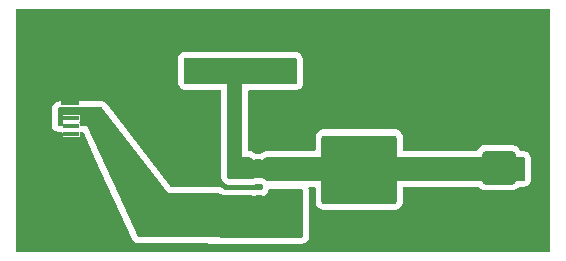
<source format=gbr>
%TF.GenerationSoftware,KiCad,Pcbnew,9.0.4*%
%TF.CreationDate,2025-09-26T16:48:27+03:00*%
%TF.ProjectId,voltage_reg,766f6c74-6167-4655-9f72-65672e6b6963,rev?*%
%TF.SameCoordinates,Original*%
%TF.FileFunction,Copper,L1,Top*%
%TF.FilePolarity,Positive*%
%FSLAX46Y46*%
G04 Gerber Fmt 4.6, Leading zero omitted, Abs format (unit mm)*
G04 Created by KiCad (PCBNEW 9.0.4) date 2025-09-26 16:48:27*
%MOMM*%
%LPD*%
G01*
G04 APERTURE LIST*
G04 Aperture macros list*
%AMRoundRect*
0 Rectangle with rounded corners*
0 $1 Rounding radius*
0 $2 $3 $4 $5 $6 $7 $8 $9 X,Y pos of 4 corners*
0 Add a 4 corners polygon primitive as box body*
4,1,4,$2,$3,$4,$5,$6,$7,$8,$9,$2,$3,0*
0 Add four circle primitives for the rounded corners*
1,1,$1+$1,$2,$3*
1,1,$1+$1,$4,$5*
1,1,$1+$1,$6,$7*
1,1,$1+$1,$8,$9*
0 Add four rect primitives between the rounded corners*
20,1,$1+$1,$2,$3,$4,$5,0*
20,1,$1+$1,$4,$5,$6,$7,0*
20,1,$1+$1,$6,$7,$8,$9,0*
20,1,$1+$1,$8,$9,$2,$3,0*%
G04 Aperture macros list end*
%TA.AperFunction,SMDPad,CuDef*%
%ADD10RoundRect,0.250000X1.500000X0.550000X-1.500000X0.550000X-1.500000X-0.550000X1.500000X-0.550000X0*%
%TD*%
%TA.AperFunction,ComponentPad*%
%ADD11RoundRect,0.250001X1.149999X-1.149999X1.149999X1.149999X-1.149999X1.149999X-1.149999X-1.149999X0*%
%TD*%
%TA.AperFunction,ComponentPad*%
%ADD12C,2.800000*%
%TD*%
%TA.AperFunction,SMDPad,CuDef*%
%ADD13RoundRect,0.250000X-1.500000X-0.550000X1.500000X-0.550000X1.500000X0.550000X-1.500000X0.550000X0*%
%TD*%
%TA.AperFunction,SMDPad,CuDef*%
%ADD14RoundRect,0.250000X0.550000X-1.500000X0.550000X1.500000X-0.550000X1.500000X-0.550000X-1.500000X0*%
%TD*%
%TA.AperFunction,SMDPad,CuDef*%
%ADD15RoundRect,0.140000X0.170000X-0.140000X0.170000X0.140000X-0.170000X0.140000X-0.170000X-0.140000X0*%
%TD*%
%TA.AperFunction,SMDPad,CuDef*%
%ADD16R,1.380000X0.450000*%
%TD*%
%TA.AperFunction,SMDPad,CuDef*%
%ADD17R,1.300000X1.650000*%
%TD*%
%TA.AperFunction,SMDPad,CuDef*%
%ADD18R,1.550000X1.425000*%
%TD*%
%TA.AperFunction,SMDPad,CuDef*%
%ADD19R,1.900000X1.800000*%
%TD*%
%TA.AperFunction,SMDPad,CuDef*%
%ADD20R,1.900000X1.000000*%
%TD*%
%TA.AperFunction,SMDPad,CuDef*%
%ADD21RoundRect,0.250000X-0.850000X-0.350000X0.850000X-0.350000X0.850000X0.350000X-0.850000X0.350000X0*%
%TD*%
%TA.AperFunction,SMDPad,CuDef*%
%ADD22RoundRect,0.249997X-2.950003X-2.650003X2.950003X-2.650003X2.950003X2.650003X-2.950003X2.650003X0*%
%TD*%
%TA.AperFunction,ViaPad*%
%ADD23C,0.600000*%
%TD*%
%TA.AperFunction,Conductor*%
%ADD24C,0.400000*%
%TD*%
%TA.AperFunction,Conductor*%
%ADD25C,0.200000*%
%TD*%
%TA.AperFunction,Conductor*%
%ADD26C,0.450000*%
%TD*%
G04 APERTURE END LIST*
D10*
%TO.P,C5,1*%
%TO.N,+3.3V*%
X145930000Y-98090000D03*
%TO.P,C5,2*%
%TO.N,GND*%
X140530000Y-98090000D03*
%TD*%
D11*
%TO.P,J2,1,Pin_1*%
%TO.N,+3.3V*%
X170607500Y-106300000D03*
D12*
%TO.P,J2,2,Pin_2*%
%TO.N,GND*%
X170607500Y-101300000D03*
%TD*%
D13*
%TO.P,C2,1*%
%TO.N,+3.3V*%
X151460000Y-98070000D03*
%TO.P,C2,2*%
%TO.N,GND*%
X156860000Y-98070000D03*
%TD*%
D14*
%TO.P,C4,1*%
%TO.N,+5V*%
X143250000Y-110210000D03*
%TO.P,C4,2*%
%TO.N,GND*%
X143250000Y-104810000D03*
%TD*%
D15*
%TO.P,C3,1*%
%TO.N,+5V*%
X150270000Y-108900000D03*
%TO.P,C3,2*%
%TO.N,GND*%
X150270000Y-107940000D03*
%TD*%
%TO.P,C1,1*%
%TO.N,+3.3V*%
X150240000Y-105820000D03*
%TO.P,C1,2*%
%TO.N,GND*%
X150240000Y-104860000D03*
%TD*%
D16*
%TO.P,J1,1,VBUS*%
%TO.N,+5V*%
X134420000Y-101460000D03*
%TO.P,J1,2,D-*%
%TO.N,unconnected-(J1-D--Pad2)*%
X134420000Y-102110000D03*
%TO.P,J1,3,D+*%
%TO.N,unconnected-(J1-D+-Pad3)*%
X134420000Y-102760000D03*
%TO.P,J1,4,ID*%
%TO.N,unconnected-(J1-ID-Pad4)*%
X134420000Y-103410000D03*
%TO.P,J1,5,GND*%
%TO.N,GND*%
X134420000Y-104060000D03*
D17*
%TO.P,J1,6,Shield*%
X131760000Y-99385000D03*
D18*
X134335000Y-100272500D03*
D19*
X131760000Y-101610000D03*
D20*
X131760000Y-104310000D03*
D18*
X134335000Y-105247500D03*
D17*
X131760000Y-106135000D03*
%TD*%
D21*
%TO.P,U1,1,GND*%
%TO.N,GND*%
X152505000Y-104165000D03*
%TO.P,U1,2,VO*%
%TO.N,+3.3V*%
X152505000Y-106445000D03*
D22*
X158805000Y-106445000D03*
D21*
%TO.P,U1,3,VI*%
%TO.N,+5V*%
X152505000Y-108725000D03*
%TD*%
D23*
%TO.N,GND*%
X168500000Y-95500000D03*
X174500000Y-95500000D03*
X170500000Y-95500000D03*
X172500000Y-95500000D03*
X166500000Y-95500000D03*
X170500000Y-112500000D03*
X172500000Y-112500000D03*
X166500000Y-112500000D03*
X168500000Y-112500000D03*
X174500000Y-112500000D03*
X174500000Y-111000000D03*
X172500000Y-111000000D03*
X166500000Y-111000000D03*
X170500000Y-111000000D03*
X168500000Y-111000000D03*
X154500000Y-103000000D03*
X154500000Y-102000000D03*
X153500000Y-102000000D03*
X152500000Y-102000000D03*
X157000000Y-100500000D03*
X157000000Y-95500000D03*
X140500000Y-100500000D03*
X140500000Y-95500000D03*
X173500000Y-101000000D03*
X173500000Y-99500000D03*
X167500000Y-101000000D03*
X167500000Y-99500000D03*
X137500000Y-110000000D03*
X135500000Y-110000000D03*
X133500000Y-110000000D03*
X131500000Y-110000000D03*
X135000000Y-97000000D03*
X133500000Y-97000000D03*
X132000000Y-97000000D03*
X141500000Y-102500000D03*
X145000000Y-102500000D03*
X151500000Y-102000000D03*
X150500000Y-103000000D03*
X146000000Y-102500000D03*
X140500000Y-102500000D03*
X136500000Y-99000000D03*
X136500000Y-97000000D03*
X135500000Y-108500000D03*
X133500000Y-108500000D03*
X131500000Y-108500000D03*
X150500000Y-102000000D03*
X146000000Y-103500000D03*
X140500000Y-103500000D03*
X132000000Y-95000000D03*
X133500000Y-95000000D03*
X135000000Y-95000000D03*
X136500000Y-95000000D03*
X138000000Y-95000000D03*
X160000000Y-94000000D03*
X160000000Y-96000000D03*
X160000000Y-102000000D03*
X160000000Y-98000000D03*
X160000000Y-100000000D03*
X166500000Y-97000000D03*
X168500000Y-97000000D03*
X170500000Y-97000000D03*
X172500000Y-97000000D03*
X174500000Y-97000000D03*
%TD*%
D24*
%TO.N,GND*%
X146000000Y-106500000D02*
X146000000Y-103500000D01*
X147440000Y-107940000D02*
X146000000Y-106500000D01*
X150270000Y-107940000D02*
X147440000Y-107940000D01*
D25*
X134420000Y-105162500D02*
X134335000Y-105247500D01*
D26*
X134420000Y-104060000D02*
X134420000Y-105162500D01*
%TD*%
%TA.AperFunction,Conductor*%
%TO.N,+5V*%
G36*
X137015746Y-101189654D02*
G01*
X137047480Y-101218630D01*
X142590000Y-108410000D01*
X146873720Y-108415577D01*
X146940732Y-108435349D01*
X146961238Y-108451896D01*
X146993454Y-108484112D01*
X147108192Y-108560777D01*
X147235667Y-108613578D01*
X147235672Y-108613580D01*
X147235676Y-108613580D01*
X147235677Y-108613581D01*
X147371004Y-108640500D01*
X147371007Y-108640500D01*
X149755584Y-108640500D01*
X149818704Y-108657767D01*
X149843605Y-108672494D01*
X149884587Y-108684400D01*
X149999002Y-108717642D01*
X149999005Y-108717642D01*
X149999007Y-108717643D01*
X150035310Y-108720500D01*
X150035318Y-108720500D01*
X150504682Y-108720500D01*
X150504690Y-108720500D01*
X150540993Y-108717643D01*
X150540995Y-108717642D01*
X150540997Y-108717642D01*
X150581975Y-108705736D01*
X150696395Y-108672494D01*
X150835687Y-108590117D01*
X150950117Y-108475687D01*
X151032494Y-108336395D01*
X151072627Y-108198258D01*
X151110233Y-108139372D01*
X151173705Y-108110166D01*
X151190859Y-108108857D01*
X153886679Y-108090824D01*
X153953845Y-108110059D01*
X153999952Y-108162556D01*
X154011496Y-108213316D01*
X154058474Y-112084315D01*
X154039604Y-112151589D01*
X153987359Y-112197981D01*
X153934306Y-112209820D01*
X140139538Y-112190113D01*
X140072527Y-112170333D01*
X140026936Y-112117659D01*
X138425390Y-108613581D01*
X135750000Y-102760000D01*
X135259500Y-102760000D01*
X135192461Y-102740315D01*
X135146706Y-102687511D01*
X135137589Y-102658665D01*
X135135500Y-102647428D01*
X135135500Y-102532486D01*
X135134021Y-102525050D01*
X135128385Y-102516615D01*
X135119950Y-102510979D01*
X135112514Y-102509500D01*
X135109858Y-102509500D01*
X135100221Y-102457665D01*
X135103587Y-102424706D01*
X135105950Y-102391666D01*
X135107152Y-102389794D01*
X135107320Y-102388157D01*
X135111888Y-102382425D01*
X135123297Y-102364673D01*
X135121600Y-102363539D01*
X135128383Y-102353385D01*
X135128385Y-102353385D01*
X135134021Y-102344950D01*
X135135500Y-102337514D01*
X135135500Y-101882486D01*
X135134021Y-101875050D01*
X135128385Y-101866615D01*
X135119950Y-101860979D01*
X135112514Y-101859500D01*
X133727486Y-101859500D01*
X133722528Y-101860486D01*
X133720049Y-101860979D01*
X133711615Y-101866615D01*
X133705979Y-101875049D01*
X133705979Y-101875050D01*
X133704500Y-101882486D01*
X133704500Y-102337514D01*
X133705979Y-102344950D01*
X133718400Y-102363539D01*
X133715473Y-102365494D01*
X133739034Y-102408642D01*
X133739779Y-102457665D01*
X133730142Y-102509500D01*
X133727486Y-102509500D01*
X133720050Y-102510979D01*
X133711615Y-102516615D01*
X133705979Y-102525050D01*
X133704500Y-102532486D01*
X133704500Y-102647428D01*
X133702411Y-102658665D01*
X133691567Y-102680043D01*
X133684815Y-102703039D01*
X133676052Y-102710632D01*
X133670805Y-102720977D01*
X133650123Y-102733099D01*
X133632011Y-102748794D01*
X133618235Y-102751790D01*
X133610527Y-102756309D01*
X133599538Y-102755858D01*
X133580500Y-102760000D01*
X133394000Y-102760000D01*
X133326961Y-102740315D01*
X133281206Y-102687511D01*
X133270000Y-102636000D01*
X133270000Y-101313338D01*
X133289685Y-101246299D01*
X133342489Y-101200544D01*
X133393334Y-101189340D01*
X136948603Y-101170328D01*
X137015746Y-101189654D01*
G37*
%TD.AperFunction*%
%TD*%
%TA.AperFunction,Conductor*%
%TO.N,GND*%
G36*
X174902539Y-92840185D02*
G01*
X174948294Y-92892989D01*
X174959500Y-92944500D01*
X174959500Y-113315500D01*
X174939815Y-113382539D01*
X174887011Y-113428294D01*
X174835500Y-113439500D01*
X129874500Y-113439500D01*
X129807461Y-113419815D01*
X129761706Y-113367011D01*
X129750500Y-113315500D01*
X129750500Y-101313338D01*
X132764500Y-101313338D01*
X132764500Y-102636000D01*
X132764501Y-102636009D01*
X132776052Y-102743450D01*
X132776054Y-102743462D01*
X132787260Y-102794972D01*
X132821383Y-102897497D01*
X132821386Y-102897503D01*
X132899171Y-103018537D01*
X132899179Y-103018548D01*
X132944923Y-103071340D01*
X132944926Y-103071343D01*
X132944930Y-103071347D01*
X133053664Y-103165567D01*
X133053667Y-103165568D01*
X133053668Y-103165569D01*
X133134069Y-103202288D01*
X133184541Y-103225338D01*
X133251580Y-103245023D01*
X133251584Y-103245024D01*
X133394000Y-103265500D01*
X133394003Y-103265500D01*
X133580500Y-103265500D01*
X133647539Y-103285185D01*
X133693294Y-103337989D01*
X133704500Y-103389500D01*
X133704500Y-103637514D01*
X133705979Y-103644950D01*
X133711615Y-103653385D01*
X133720050Y-103659021D01*
X133727486Y-103660500D01*
X133727488Y-103660500D01*
X135112512Y-103660500D01*
X135112514Y-103660500D01*
X135119950Y-103659021D01*
X135128385Y-103653385D01*
X135134021Y-103644950D01*
X135135500Y-103637514D01*
X135135500Y-103389500D01*
X135138050Y-103380814D01*
X135136762Y-103371853D01*
X135147740Y-103347812D01*
X135155185Y-103322461D01*
X135162025Y-103316533D01*
X135165787Y-103308297D01*
X135188021Y-103294007D01*
X135207989Y-103276706D01*
X135218503Y-103274418D01*
X135224565Y-103270523D01*
X135259500Y-103265500D01*
X135345580Y-103265500D01*
X135412619Y-103285185D01*
X135458359Y-103337954D01*
X136458918Y-105527113D01*
X139549045Y-112288111D01*
X139567185Y-112327799D01*
X139567187Y-112327801D01*
X139644713Y-112448471D01*
X139644720Y-112448480D01*
X139690305Y-112501148D01*
X139716382Y-112523789D01*
X139798627Y-112595197D01*
X139929420Y-112655153D01*
X139996431Y-112674933D01*
X140138816Y-112695612D01*
X151962902Y-112712503D01*
X153933583Y-112715319D01*
X153933583Y-112715318D01*
X153933584Y-112715319D01*
X154044402Y-112703185D01*
X154097455Y-112691346D01*
X154202914Y-112655219D01*
X154323001Y-112575969D01*
X154375246Y-112529577D01*
X154375246Y-112529576D01*
X154375246Y-112529575D01*
X154381763Y-112523789D01*
X154386508Y-112516255D01*
X154468142Y-112419704D01*
X154526320Y-112288110D01*
X154545190Y-112220836D01*
X154545190Y-112220835D01*
X154545195Y-112220790D01*
X154546201Y-112213488D01*
X154546247Y-112212791D01*
X154563937Y-112078178D01*
X154536841Y-109845499D01*
X154516959Y-108207182D01*
X154504410Y-108101216D01*
X154495364Y-108061439D01*
X154499692Y-107991705D01*
X154541035Y-107935379D01*
X154606266Y-107910347D01*
X154616162Y-107909942D01*
X154980402Y-107909654D01*
X155047457Y-107929286D01*
X155093254Y-107982053D01*
X155104500Y-108033654D01*
X155104500Y-109145019D01*
X155115001Y-109247801D01*
X155170184Y-109414333D01*
X155170189Y-109414344D01*
X155262285Y-109563653D01*
X155262288Y-109563657D01*
X155386342Y-109687711D01*
X155386346Y-109687714D01*
X155535655Y-109779810D01*
X155535658Y-109779811D01*
X155535664Y-109779815D01*
X155702200Y-109834999D01*
X155804988Y-109845500D01*
X155804993Y-109845500D01*
X161805007Y-109845500D01*
X161805012Y-109845500D01*
X161907800Y-109834999D01*
X162074336Y-109779815D01*
X162223657Y-109687712D01*
X162347712Y-109563657D01*
X162439815Y-109414336D01*
X162494999Y-109247800D01*
X162505500Y-109145012D01*
X162505500Y-108027587D01*
X162525185Y-107960548D01*
X162577989Y-107914793D01*
X162629398Y-107903587D01*
X168793375Y-107898699D01*
X168860428Y-107918330D01*
X168881152Y-107935018D01*
X168988844Y-108042710D01*
X168988848Y-108042713D01*
X169138162Y-108134812D01*
X169138164Y-108134813D01*
X169138166Y-108134814D01*
X169304703Y-108189999D01*
X169407492Y-108200500D01*
X169407497Y-108200500D01*
X171807503Y-108200500D01*
X171807508Y-108200500D01*
X171910297Y-108189999D01*
X172076834Y-108134814D01*
X172226155Y-108042711D01*
X172336727Y-107932139D01*
X172398050Y-107898654D01*
X172424304Y-107895820D01*
X172707120Y-107895597D01*
X172813123Y-107884271D01*
X172863969Y-107873323D01*
X172965245Y-107840017D01*
X173086674Y-107762838D01*
X173086680Y-107762832D01*
X173086684Y-107762830D01*
X173126293Y-107728855D01*
X173133857Y-107724034D01*
X173202958Y-107645091D01*
X173234474Y-107609086D01*
X173294900Y-107478509D01*
X173314921Y-107411569D01*
X173336113Y-107269260D01*
X173344868Y-105527111D01*
X173333613Y-105418468D01*
X173322431Y-105366381D01*
X173288098Y-105262683D01*
X173210361Y-105141611D01*
X173164628Y-105088788D01*
X173111090Y-105042357D01*
X173055932Y-104994522D01*
X172970229Y-104955339D01*
X172925081Y-104934698D01*
X172925079Y-104934697D01*
X172925076Y-104934696D01*
X172858050Y-104914985D01*
X172858046Y-104914983D01*
X172858043Y-104914983D01*
X172715645Y-104894448D01*
X172550766Y-104894378D01*
X172483735Y-104874665D01*
X172445281Y-104835475D01*
X172350213Y-104681348D01*
X172350210Y-104681344D01*
X172226155Y-104557289D01*
X172226151Y-104557286D01*
X172076837Y-104465187D01*
X172076835Y-104465186D01*
X171993565Y-104437593D01*
X171910297Y-104410001D01*
X171910295Y-104410000D01*
X171807515Y-104399500D01*
X171807508Y-104399500D01*
X169407492Y-104399500D01*
X169407484Y-104399500D01*
X169304704Y-104410000D01*
X169304703Y-104410001D01*
X169138164Y-104465186D01*
X169138162Y-104465187D01*
X168988848Y-104557286D01*
X168988844Y-104557289D01*
X168864788Y-104681345D01*
X168770717Y-104833856D01*
X168718768Y-104880580D01*
X168665127Y-104892758D01*
X162629448Y-104890240D01*
X162562417Y-104870527D01*
X162516684Y-104817704D01*
X162505500Y-104766240D01*
X162505500Y-103744993D01*
X162505499Y-103744980D01*
X162494999Y-103642200D01*
X162439815Y-103475664D01*
X162439811Y-103475658D01*
X162439810Y-103475655D01*
X162347714Y-103326346D01*
X162347711Y-103326342D01*
X162223657Y-103202288D01*
X162223653Y-103202285D01*
X162074344Y-103110189D01*
X162074338Y-103110186D01*
X162074336Y-103110185D01*
X162074333Y-103110184D01*
X161907801Y-103055001D01*
X161805019Y-103044500D01*
X161805012Y-103044500D01*
X155804988Y-103044500D01*
X155804980Y-103044500D01*
X155702198Y-103055001D01*
X155535666Y-103110184D01*
X155535655Y-103110189D01*
X155386346Y-103202285D01*
X155386342Y-103202288D01*
X155262288Y-103326342D01*
X155262285Y-103326346D01*
X155170189Y-103475655D01*
X155170184Y-103475666D01*
X155115001Y-103642198D01*
X155104500Y-103744980D01*
X155104500Y-104763051D01*
X155084815Y-104830090D01*
X155032011Y-104875845D01*
X154980448Y-104887051D01*
X150976555Y-104885381D01*
X150976522Y-104885382D01*
X150922397Y-104888267D01*
X150922394Y-104888268D01*
X150895989Y-104891101D01*
X150842479Y-104899766D01*
X150842478Y-104899766D01*
X150707668Y-104950047D01*
X150707662Y-104950050D01*
X150646374Y-104983514D01*
X150646343Y-104983532D01*
X150631661Y-104994523D01*
X150602403Y-105016426D01*
X150599791Y-105018381D01*
X150534326Y-105042797D01*
X150515754Y-105042731D01*
X150474700Y-105039500D01*
X150474690Y-105039500D01*
X150005310Y-105039500D01*
X150005294Y-105039500D01*
X149973120Y-105042032D01*
X149904743Y-105027666D01*
X149888806Y-105017398D01*
X149888797Y-105017412D01*
X149888546Y-105017231D01*
X149888155Y-105016979D01*
X149887431Y-105016426D01*
X149843654Y-104984838D01*
X149843640Y-104984830D01*
X149712808Y-104925017D01*
X149678694Y-104914985D01*
X149645770Y-104905303D01*
X149645768Y-104905302D01*
X149645766Y-104905302D01*
X149503376Y-104884768D01*
X149503367Y-104884767D01*
X149490463Y-104884762D01*
X149423432Y-104865046D01*
X149377702Y-104812221D01*
X149366520Y-104760561D01*
X149374480Y-99849297D01*
X149394273Y-99782292D01*
X149447151Y-99736622D01*
X149498480Y-99725500D01*
X153404876Y-99725500D01*
X153404883Y-99725500D01*
X153514547Y-99713461D01*
X153567068Y-99701789D01*
X153567083Y-99701784D01*
X153671503Y-99666248D01*
X153671504Y-99666247D01*
X153671511Y-99666245D01*
X153791849Y-99587375D01*
X153844241Y-99541148D01*
X153844243Y-99541146D01*
X153937485Y-99431567D01*
X153996078Y-99300158D01*
X154015160Y-99232945D01*
X154034358Y-99090354D01*
X154016580Y-97108225D01*
X154004618Y-97003349D01*
X153993471Y-96953068D01*
X153959993Y-96852971D01*
X153959993Y-96852970D01*
X153882339Y-96731857D01*
X153882336Y-96731854D01*
X153882333Y-96731849D01*
X153836634Y-96678997D01*
X153836631Y-96678994D01*
X153836629Y-96678992D01*
X153728002Y-96584665D01*
X153727994Y-96584660D01*
X153703976Y-96573661D01*
X153597181Y-96524753D01*
X153597178Y-96524752D01*
X153530171Y-96505000D01*
X153530153Y-96504995D01*
X153387768Y-96484371D01*
X144076357Y-96474630D01*
X144076355Y-96474630D01*
X143965275Y-96486867D01*
X143912110Y-96498782D01*
X143806443Y-96535120D01*
X143806441Y-96535121D01*
X143686468Y-96614545D01*
X143686466Y-96614546D01*
X143686464Y-96614548D01*
X143634289Y-96661014D01*
X143541558Y-96771012D01*
X143483571Y-96902683D01*
X143483569Y-96902687D01*
X143465109Y-96968861D01*
X143464831Y-96969819D01*
X143464794Y-96969995D01*
X143446254Y-97112666D01*
X143446254Y-97112672D01*
X143472900Y-99075548D01*
X143474614Y-99090354D01*
X143484696Y-99177466D01*
X143495466Y-99226344D01*
X143495470Y-99226361D01*
X143527593Y-99323779D01*
X143604380Y-99445455D01*
X143649695Y-99498631D01*
X143649697Y-99498633D01*
X143649699Y-99498635D01*
X143757652Y-99593747D01*
X143888033Y-99654594D01*
X143954120Y-99674592D01*
X143954879Y-99674828D01*
X143954912Y-99674833D01*
X144097154Y-99696482D01*
X146990758Y-99720330D01*
X147057633Y-99740567D01*
X147102951Y-99793746D01*
X147113736Y-99844477D01*
X147104917Y-107067638D01*
X147104917Y-107067645D01*
X147107781Y-107121989D01*
X147107784Y-107122026D01*
X147110613Y-107148481D01*
X147110616Y-107148505D01*
X147119301Y-107202204D01*
X147119301Y-107202205D01*
X147119302Y-107202207D01*
X147169584Y-107337016D01*
X147203069Y-107398339D01*
X147289293Y-107513520D01*
X147289297Y-107513524D01*
X147289302Y-107513530D01*
X147336380Y-107560607D01*
X147336396Y-107560623D01*
X147336412Y-107560637D01*
X147336419Y-107560644D01*
X147376637Y-107596771D01*
X147376644Y-107596777D01*
X147376651Y-107596782D01*
X147376657Y-107596788D01*
X147397299Y-107613422D01*
X147441224Y-107645093D01*
X147451467Y-107649770D01*
X147479832Y-107667999D01*
X147542966Y-107691546D01*
X147546986Y-107693382D01*
X147546988Y-107693382D01*
X147572108Y-107704852D01*
X147574704Y-107705614D01*
X147574704Y-107705613D01*
X147598509Y-107712601D01*
X147598532Y-107712607D01*
X147602762Y-107713849D01*
X147614641Y-107718280D01*
X147626986Y-107720965D01*
X147632675Y-107722635D01*
X147633479Y-107722872D01*
X147635343Y-107723517D01*
X147639100Y-107724523D01*
X147639103Y-107724524D01*
X147781519Y-107745000D01*
X147781522Y-107745000D01*
X149755589Y-107745000D01*
X149850861Y-107732202D01*
X149888972Y-107727084D01*
X149952093Y-107709816D01*
X150001249Y-107688999D01*
X150014985Y-107684115D01*
X150063836Y-107669922D01*
X150098427Y-107665000D01*
X150441572Y-107665000D01*
X150476149Y-107669919D01*
X150478973Y-107670739D01*
X150507526Y-107683093D01*
X150509930Y-107684515D01*
X150534481Y-107703561D01*
X150559354Y-107728434D01*
X150597670Y-107762839D01*
X150599769Y-107764723D01*
X150612850Y-107775256D01*
X150652720Y-107832633D01*
X150655241Y-107902458D01*
X150648022Y-107923026D01*
X150591975Y-108046688D01*
X150546372Y-108099623D01*
X150479389Y-108119499D01*
X150479034Y-108119500D01*
X150035302Y-108119500D01*
X149999013Y-108122356D01*
X149999000Y-108122358D01*
X149917431Y-108146055D01*
X149866333Y-108149874D01*
X149755591Y-108135000D01*
X149755584Y-108135000D01*
X147433008Y-108135000D01*
X147408811Y-108132616D01*
X147395090Y-108129886D01*
X147371834Y-108122831D01*
X147358918Y-108117481D01*
X147337488Y-108106027D01*
X147321760Y-108095518D01*
X147307764Y-108084642D01*
X147297202Y-108075148D01*
X147278682Y-108058501D01*
X147277102Y-108057226D01*
X147258184Y-108041960D01*
X147258174Y-108041952D01*
X147214580Y-108010452D01*
X147214578Y-108010451D01*
X147083791Y-107950514D01*
X147083782Y-107950511D01*
X147016786Y-107930743D01*
X147016776Y-107930741D01*
X147016774Y-107930740D01*
X147016772Y-107930740D01*
X147016767Y-107930739D01*
X146874378Y-107910077D01*
X146874379Y-107910077D01*
X142899750Y-107904902D01*
X142832736Y-107885130D01*
X142801696Y-107856598D01*
X142788917Y-107840017D01*
X137447863Y-100910047D01*
X137388333Y-100845334D01*
X137374548Y-100832747D01*
X137356604Y-100816362D01*
X137356599Y-100816358D01*
X137286765Y-100762947D01*
X137237409Y-100740725D01*
X137155569Y-100703877D01*
X137090901Y-100685263D01*
X137089156Y-100684721D01*
X137088416Y-100684548D01*
X136945898Y-100664834D01*
X133390646Y-100683846D01*
X133390632Y-100683846D01*
X133390631Y-100683847D01*
X133390629Y-100683847D01*
X133390618Y-100683848D01*
X133284566Y-100695680D01*
X133284556Y-100695682D01*
X133248080Y-100703720D01*
X133233709Y-100706887D01*
X133133385Y-100740427D01*
X133132493Y-100740726D01*
X133011462Y-100818509D01*
X133011451Y-100818517D01*
X132958659Y-100864261D01*
X132864433Y-100973002D01*
X132864430Y-100973006D01*
X132804664Y-101103872D01*
X132804662Y-101103879D01*
X132784977Y-101170918D01*
X132784976Y-101170922D01*
X132764500Y-101313338D01*
X129750500Y-101313338D01*
X129750500Y-92944500D01*
X129770185Y-92877461D01*
X129822989Y-92831706D01*
X129874500Y-92820500D01*
X174835500Y-92820500D01*
X174902539Y-92840185D01*
G37*
%TD.AperFunction*%
%TD*%
%TA.AperFunction,Conductor*%
%TO.N,+3.3V*%
G36*
X153387236Y-96989871D02*
G01*
X153454254Y-97009626D01*
X153499953Y-97062478D01*
X153511100Y-97112759D01*
X153528878Y-99094888D01*
X153509796Y-99162101D01*
X153457404Y-99208328D01*
X153404883Y-99220000D01*
X148870000Y-99220000D01*
X148860000Y-105390000D01*
X148860221Y-105390000D01*
X149503156Y-105390268D01*
X149570184Y-105409979D01*
X149590777Y-105426581D01*
X149674313Y-105510117D01*
X149813605Y-105592494D01*
X149854587Y-105604400D01*
X149969002Y-105637642D01*
X149969005Y-105637642D01*
X149969007Y-105637643D01*
X150005310Y-105640500D01*
X150005318Y-105640500D01*
X150474682Y-105640500D01*
X150474690Y-105640500D01*
X150510993Y-105637643D01*
X150510995Y-105637642D01*
X150510997Y-105637642D01*
X150551975Y-105625736D01*
X150666395Y-105592494D01*
X150805687Y-105510117D01*
X150888604Y-105427199D01*
X150949925Y-105393716D01*
X150976330Y-105390882D01*
X172715428Y-105399948D01*
X172782459Y-105419661D01*
X172828192Y-105472484D01*
X172839374Y-105524571D01*
X172830619Y-107266720D01*
X172810598Y-107333660D01*
X172757565Y-107379149D01*
X172706719Y-107390097D01*
X151004571Y-107407307D01*
X150937516Y-107387676D01*
X150916796Y-107370992D01*
X150835687Y-107289883D01*
X150796520Y-107266720D01*
X150696393Y-107207505D01*
X150696390Y-107207504D01*
X150540997Y-107162357D01*
X150540991Y-107162356D01*
X150504697Y-107159500D01*
X150504690Y-107159500D01*
X150035310Y-107159500D01*
X150035302Y-107159500D01*
X149999008Y-107162356D01*
X149999002Y-107162357D01*
X149843609Y-107207504D01*
X149843606Y-107207505D01*
X149818705Y-107222232D01*
X149755584Y-107239500D01*
X147781519Y-107239500D01*
X147752078Y-107230855D01*
X147722092Y-107224332D01*
X147717076Y-107220577D01*
X147714480Y-107219815D01*
X147693838Y-107203181D01*
X147646735Y-107156078D01*
X147613250Y-107094755D01*
X147610417Y-107068257D01*
X147620000Y-99220000D01*
X147619999Y-99219999D01*
X144101320Y-99190999D01*
X144034445Y-99170762D01*
X143989127Y-99117583D01*
X143978353Y-99068686D01*
X143951707Y-97105810D01*
X143970480Y-97038514D01*
X144022658Y-96992046D01*
X144075823Y-96980131D01*
X153387236Y-96989871D01*
G37*
%TD.AperFunction*%
%TD*%
M02*

</source>
